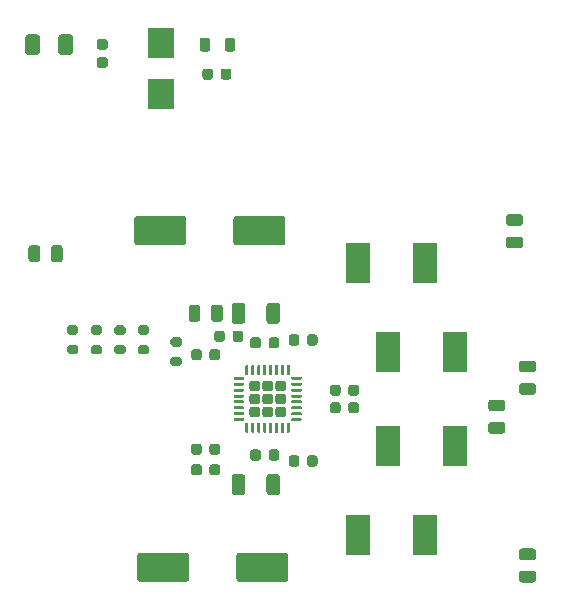
<source format=gbr>
%TF.GenerationSoftware,KiCad,Pcbnew,5.1.10*%
%TF.CreationDate,2021-07-04T17:51:47+02:00*%
%TF.ProjectId,DRV5825P,44525635-3832-4355-902e-6b696361645f,V0.1*%
%TF.SameCoordinates,Original*%
%TF.FileFunction,Paste,Top*%
%TF.FilePolarity,Positive*%
%FSLAX46Y46*%
G04 Gerber Fmt 4.6, Leading zero omitted, Abs format (unit mm)*
G04 Created by KiCad (PCBNEW 5.1.10) date 2021-07-04 17:51:47*
%MOMM*%
%LPD*%
G01*
G04 APERTURE LIST*
%ADD10R,2.000000X3.400000*%
%ADD11R,2.300000X2.500000*%
G04 APERTURE END LIST*
%TO.C,U1*%
G36*
G01*
X173177500Y-108655000D02*
X173622500Y-108655000D01*
G75*
G02*
X173845000Y-108877500I0J-222500D01*
G01*
X173845000Y-109322500D01*
G75*
G02*
X173622500Y-109545000I-222500J0D01*
G01*
X173177500Y-109545000D01*
G75*
G02*
X172955000Y-109322500I0J222500D01*
G01*
X172955000Y-108877500D01*
G75*
G02*
X173177500Y-108655000I222500J0D01*
G01*
G37*
G36*
G01*
X174277500Y-108655000D02*
X174722500Y-108655000D01*
G75*
G02*
X174945000Y-108877500I0J-222500D01*
G01*
X174945000Y-109322500D01*
G75*
G02*
X174722500Y-109545000I-222500J0D01*
G01*
X174277500Y-109545000D01*
G75*
G02*
X174055000Y-109322500I0J222500D01*
G01*
X174055000Y-108877500D01*
G75*
G02*
X174277500Y-108655000I222500J0D01*
G01*
G37*
G36*
G01*
X175377500Y-108655000D02*
X175822500Y-108655000D01*
G75*
G02*
X176045000Y-108877500I0J-222500D01*
G01*
X176045000Y-109322500D01*
G75*
G02*
X175822500Y-109545000I-222500J0D01*
G01*
X175377500Y-109545000D01*
G75*
G02*
X175155000Y-109322500I0J222500D01*
G01*
X175155000Y-108877500D01*
G75*
G02*
X175377500Y-108655000I222500J0D01*
G01*
G37*
G36*
G01*
X173177500Y-107555000D02*
X173622500Y-107555000D01*
G75*
G02*
X173845000Y-107777500I0J-222500D01*
G01*
X173845000Y-108222500D01*
G75*
G02*
X173622500Y-108445000I-222500J0D01*
G01*
X173177500Y-108445000D01*
G75*
G02*
X172955000Y-108222500I0J222500D01*
G01*
X172955000Y-107777500D01*
G75*
G02*
X173177500Y-107555000I222500J0D01*
G01*
G37*
G36*
G01*
X174277500Y-107555000D02*
X174722500Y-107555000D01*
G75*
G02*
X174945000Y-107777500I0J-222500D01*
G01*
X174945000Y-108222500D01*
G75*
G02*
X174722500Y-108445000I-222500J0D01*
G01*
X174277500Y-108445000D01*
G75*
G02*
X174055000Y-108222500I0J222500D01*
G01*
X174055000Y-107777500D01*
G75*
G02*
X174277500Y-107555000I222500J0D01*
G01*
G37*
G36*
G01*
X175377500Y-107555000D02*
X175822500Y-107555000D01*
G75*
G02*
X176045000Y-107777500I0J-222500D01*
G01*
X176045000Y-108222500D01*
G75*
G02*
X175822500Y-108445000I-222500J0D01*
G01*
X175377500Y-108445000D01*
G75*
G02*
X175155000Y-108222500I0J222500D01*
G01*
X175155000Y-107777500D01*
G75*
G02*
X175377500Y-107555000I222500J0D01*
G01*
G37*
G36*
G01*
X173177500Y-106455000D02*
X173622500Y-106455000D01*
G75*
G02*
X173845000Y-106677500I0J-222500D01*
G01*
X173845000Y-107122500D01*
G75*
G02*
X173622500Y-107345000I-222500J0D01*
G01*
X173177500Y-107345000D01*
G75*
G02*
X172955000Y-107122500I0J222500D01*
G01*
X172955000Y-106677500D01*
G75*
G02*
X173177500Y-106455000I222500J0D01*
G01*
G37*
G36*
G01*
X174277500Y-106455000D02*
X174722500Y-106455000D01*
G75*
G02*
X174945000Y-106677500I0J-222500D01*
G01*
X174945000Y-107122500D01*
G75*
G02*
X174722500Y-107345000I-222500J0D01*
G01*
X174277500Y-107345000D01*
G75*
G02*
X174055000Y-107122500I0J222500D01*
G01*
X174055000Y-106677500D01*
G75*
G02*
X174277500Y-106455000I222500J0D01*
G01*
G37*
G36*
G01*
X175377500Y-106455000D02*
X175822500Y-106455000D01*
G75*
G02*
X176045000Y-106677500I0J-222500D01*
G01*
X176045000Y-107122500D01*
G75*
G02*
X175822500Y-107345000I-222500J0D01*
G01*
X175377500Y-107345000D01*
G75*
G02*
X175155000Y-107122500I0J222500D01*
G01*
X175155000Y-106677500D01*
G75*
G02*
X175377500Y-106455000I222500J0D01*
G01*
G37*
G36*
G01*
X176562500Y-106125000D02*
X177312500Y-106125000D01*
G75*
G02*
X177375000Y-106187500I0J-62500D01*
G01*
X177375000Y-106312500D01*
G75*
G02*
X177312500Y-106375000I-62500J0D01*
G01*
X176562500Y-106375000D01*
G75*
G02*
X176500000Y-106312500I0J62500D01*
G01*
X176500000Y-106187500D01*
G75*
G02*
X176562500Y-106125000I62500J0D01*
G01*
G37*
G36*
G01*
X176562500Y-106625000D02*
X177312500Y-106625000D01*
G75*
G02*
X177375000Y-106687500I0J-62500D01*
G01*
X177375000Y-106812500D01*
G75*
G02*
X177312500Y-106875000I-62500J0D01*
G01*
X176562500Y-106875000D01*
G75*
G02*
X176500000Y-106812500I0J62500D01*
G01*
X176500000Y-106687500D01*
G75*
G02*
X176562500Y-106625000I62500J0D01*
G01*
G37*
G36*
G01*
X176562500Y-107125000D02*
X177312500Y-107125000D01*
G75*
G02*
X177375000Y-107187500I0J-62500D01*
G01*
X177375000Y-107312500D01*
G75*
G02*
X177312500Y-107375000I-62500J0D01*
G01*
X176562500Y-107375000D01*
G75*
G02*
X176500000Y-107312500I0J62500D01*
G01*
X176500000Y-107187500D01*
G75*
G02*
X176562500Y-107125000I62500J0D01*
G01*
G37*
G36*
G01*
X176562500Y-107625000D02*
X177312500Y-107625000D01*
G75*
G02*
X177375000Y-107687500I0J-62500D01*
G01*
X177375000Y-107812500D01*
G75*
G02*
X177312500Y-107875000I-62500J0D01*
G01*
X176562500Y-107875000D01*
G75*
G02*
X176500000Y-107812500I0J62500D01*
G01*
X176500000Y-107687500D01*
G75*
G02*
X176562500Y-107625000I62500J0D01*
G01*
G37*
G36*
G01*
X176562500Y-108125000D02*
X177312500Y-108125000D01*
G75*
G02*
X177375000Y-108187500I0J-62500D01*
G01*
X177375000Y-108312500D01*
G75*
G02*
X177312500Y-108375000I-62500J0D01*
G01*
X176562500Y-108375000D01*
G75*
G02*
X176500000Y-108312500I0J62500D01*
G01*
X176500000Y-108187500D01*
G75*
G02*
X176562500Y-108125000I62500J0D01*
G01*
G37*
G36*
G01*
X176562500Y-108625000D02*
X177312500Y-108625000D01*
G75*
G02*
X177375000Y-108687500I0J-62500D01*
G01*
X177375000Y-108812500D01*
G75*
G02*
X177312500Y-108875000I-62500J0D01*
G01*
X176562500Y-108875000D01*
G75*
G02*
X176500000Y-108812500I0J62500D01*
G01*
X176500000Y-108687500D01*
G75*
G02*
X176562500Y-108625000I62500J0D01*
G01*
G37*
G36*
G01*
X176562500Y-109125000D02*
X177312500Y-109125000D01*
G75*
G02*
X177375000Y-109187500I0J-62500D01*
G01*
X177375000Y-109312500D01*
G75*
G02*
X177312500Y-109375000I-62500J0D01*
G01*
X176562500Y-109375000D01*
G75*
G02*
X176500000Y-109312500I0J62500D01*
G01*
X176500000Y-109187500D01*
G75*
G02*
X176562500Y-109125000I62500J0D01*
G01*
G37*
G36*
G01*
X176562500Y-109625000D02*
X177312500Y-109625000D01*
G75*
G02*
X177375000Y-109687500I0J-62500D01*
G01*
X177375000Y-109812500D01*
G75*
G02*
X177312500Y-109875000I-62500J0D01*
G01*
X176562500Y-109875000D01*
G75*
G02*
X176500000Y-109812500I0J62500D01*
G01*
X176500000Y-109687500D01*
G75*
G02*
X176562500Y-109625000I62500J0D01*
G01*
G37*
G36*
G01*
X176187500Y-110000000D02*
X176312500Y-110000000D01*
G75*
G02*
X176375000Y-110062500I0J-62500D01*
G01*
X176375000Y-110812500D01*
G75*
G02*
X176312500Y-110875000I-62500J0D01*
G01*
X176187500Y-110875000D01*
G75*
G02*
X176125000Y-110812500I0J62500D01*
G01*
X176125000Y-110062500D01*
G75*
G02*
X176187500Y-110000000I62500J0D01*
G01*
G37*
G36*
G01*
X175687500Y-110000000D02*
X175812500Y-110000000D01*
G75*
G02*
X175875000Y-110062500I0J-62500D01*
G01*
X175875000Y-110812500D01*
G75*
G02*
X175812500Y-110875000I-62500J0D01*
G01*
X175687500Y-110875000D01*
G75*
G02*
X175625000Y-110812500I0J62500D01*
G01*
X175625000Y-110062500D01*
G75*
G02*
X175687500Y-110000000I62500J0D01*
G01*
G37*
G36*
G01*
X175187500Y-110000000D02*
X175312500Y-110000000D01*
G75*
G02*
X175375000Y-110062500I0J-62500D01*
G01*
X175375000Y-110812500D01*
G75*
G02*
X175312500Y-110875000I-62500J0D01*
G01*
X175187500Y-110875000D01*
G75*
G02*
X175125000Y-110812500I0J62500D01*
G01*
X175125000Y-110062500D01*
G75*
G02*
X175187500Y-110000000I62500J0D01*
G01*
G37*
G36*
G01*
X174687500Y-110000000D02*
X174812500Y-110000000D01*
G75*
G02*
X174875000Y-110062500I0J-62500D01*
G01*
X174875000Y-110812500D01*
G75*
G02*
X174812500Y-110875000I-62500J0D01*
G01*
X174687500Y-110875000D01*
G75*
G02*
X174625000Y-110812500I0J62500D01*
G01*
X174625000Y-110062500D01*
G75*
G02*
X174687500Y-110000000I62500J0D01*
G01*
G37*
G36*
G01*
X174187500Y-110000000D02*
X174312500Y-110000000D01*
G75*
G02*
X174375000Y-110062500I0J-62500D01*
G01*
X174375000Y-110812500D01*
G75*
G02*
X174312500Y-110875000I-62500J0D01*
G01*
X174187500Y-110875000D01*
G75*
G02*
X174125000Y-110812500I0J62500D01*
G01*
X174125000Y-110062500D01*
G75*
G02*
X174187500Y-110000000I62500J0D01*
G01*
G37*
G36*
G01*
X173687500Y-110000000D02*
X173812500Y-110000000D01*
G75*
G02*
X173875000Y-110062500I0J-62500D01*
G01*
X173875000Y-110812500D01*
G75*
G02*
X173812500Y-110875000I-62500J0D01*
G01*
X173687500Y-110875000D01*
G75*
G02*
X173625000Y-110812500I0J62500D01*
G01*
X173625000Y-110062500D01*
G75*
G02*
X173687500Y-110000000I62500J0D01*
G01*
G37*
G36*
G01*
X173187500Y-110000000D02*
X173312500Y-110000000D01*
G75*
G02*
X173375000Y-110062500I0J-62500D01*
G01*
X173375000Y-110812500D01*
G75*
G02*
X173312500Y-110875000I-62500J0D01*
G01*
X173187500Y-110875000D01*
G75*
G02*
X173125000Y-110812500I0J62500D01*
G01*
X173125000Y-110062500D01*
G75*
G02*
X173187500Y-110000000I62500J0D01*
G01*
G37*
G36*
G01*
X172687500Y-110000000D02*
X172812500Y-110000000D01*
G75*
G02*
X172875000Y-110062500I0J-62500D01*
G01*
X172875000Y-110812500D01*
G75*
G02*
X172812500Y-110875000I-62500J0D01*
G01*
X172687500Y-110875000D01*
G75*
G02*
X172625000Y-110812500I0J62500D01*
G01*
X172625000Y-110062500D01*
G75*
G02*
X172687500Y-110000000I62500J0D01*
G01*
G37*
G36*
G01*
X171687500Y-109625000D02*
X172437500Y-109625000D01*
G75*
G02*
X172500000Y-109687500I0J-62500D01*
G01*
X172500000Y-109812500D01*
G75*
G02*
X172437500Y-109875000I-62500J0D01*
G01*
X171687500Y-109875000D01*
G75*
G02*
X171625000Y-109812500I0J62500D01*
G01*
X171625000Y-109687500D01*
G75*
G02*
X171687500Y-109625000I62500J0D01*
G01*
G37*
G36*
G01*
X171687500Y-109125000D02*
X172437500Y-109125000D01*
G75*
G02*
X172500000Y-109187500I0J-62500D01*
G01*
X172500000Y-109312500D01*
G75*
G02*
X172437500Y-109375000I-62500J0D01*
G01*
X171687500Y-109375000D01*
G75*
G02*
X171625000Y-109312500I0J62500D01*
G01*
X171625000Y-109187500D01*
G75*
G02*
X171687500Y-109125000I62500J0D01*
G01*
G37*
G36*
G01*
X171687500Y-108625000D02*
X172437500Y-108625000D01*
G75*
G02*
X172500000Y-108687500I0J-62500D01*
G01*
X172500000Y-108812500D01*
G75*
G02*
X172437500Y-108875000I-62500J0D01*
G01*
X171687500Y-108875000D01*
G75*
G02*
X171625000Y-108812500I0J62500D01*
G01*
X171625000Y-108687500D01*
G75*
G02*
X171687500Y-108625000I62500J0D01*
G01*
G37*
G36*
G01*
X171687500Y-108125000D02*
X172437500Y-108125000D01*
G75*
G02*
X172500000Y-108187500I0J-62500D01*
G01*
X172500000Y-108312500D01*
G75*
G02*
X172437500Y-108375000I-62500J0D01*
G01*
X171687500Y-108375000D01*
G75*
G02*
X171625000Y-108312500I0J62500D01*
G01*
X171625000Y-108187500D01*
G75*
G02*
X171687500Y-108125000I62500J0D01*
G01*
G37*
G36*
G01*
X171687500Y-107625000D02*
X172437500Y-107625000D01*
G75*
G02*
X172500000Y-107687500I0J-62500D01*
G01*
X172500000Y-107812500D01*
G75*
G02*
X172437500Y-107875000I-62500J0D01*
G01*
X171687500Y-107875000D01*
G75*
G02*
X171625000Y-107812500I0J62500D01*
G01*
X171625000Y-107687500D01*
G75*
G02*
X171687500Y-107625000I62500J0D01*
G01*
G37*
G36*
G01*
X171687500Y-107125000D02*
X172437500Y-107125000D01*
G75*
G02*
X172500000Y-107187500I0J-62500D01*
G01*
X172500000Y-107312500D01*
G75*
G02*
X172437500Y-107375000I-62500J0D01*
G01*
X171687500Y-107375000D01*
G75*
G02*
X171625000Y-107312500I0J62500D01*
G01*
X171625000Y-107187500D01*
G75*
G02*
X171687500Y-107125000I62500J0D01*
G01*
G37*
G36*
G01*
X171687500Y-106625000D02*
X172437500Y-106625000D01*
G75*
G02*
X172500000Y-106687500I0J-62500D01*
G01*
X172500000Y-106812500D01*
G75*
G02*
X172437500Y-106875000I-62500J0D01*
G01*
X171687500Y-106875000D01*
G75*
G02*
X171625000Y-106812500I0J62500D01*
G01*
X171625000Y-106687500D01*
G75*
G02*
X171687500Y-106625000I62500J0D01*
G01*
G37*
G36*
G01*
X171687500Y-106125000D02*
X172437500Y-106125000D01*
G75*
G02*
X172500000Y-106187500I0J-62500D01*
G01*
X172500000Y-106312500D01*
G75*
G02*
X172437500Y-106375000I-62500J0D01*
G01*
X171687500Y-106375000D01*
G75*
G02*
X171625000Y-106312500I0J62500D01*
G01*
X171625000Y-106187500D01*
G75*
G02*
X171687500Y-106125000I62500J0D01*
G01*
G37*
G36*
G01*
X172687500Y-105125000D02*
X172812500Y-105125000D01*
G75*
G02*
X172875000Y-105187500I0J-62500D01*
G01*
X172875000Y-105937500D01*
G75*
G02*
X172812500Y-106000000I-62500J0D01*
G01*
X172687500Y-106000000D01*
G75*
G02*
X172625000Y-105937500I0J62500D01*
G01*
X172625000Y-105187500D01*
G75*
G02*
X172687500Y-105125000I62500J0D01*
G01*
G37*
G36*
G01*
X173187500Y-105125000D02*
X173312500Y-105125000D01*
G75*
G02*
X173375000Y-105187500I0J-62500D01*
G01*
X173375000Y-105937500D01*
G75*
G02*
X173312500Y-106000000I-62500J0D01*
G01*
X173187500Y-106000000D01*
G75*
G02*
X173125000Y-105937500I0J62500D01*
G01*
X173125000Y-105187500D01*
G75*
G02*
X173187500Y-105125000I62500J0D01*
G01*
G37*
G36*
G01*
X173687500Y-105125000D02*
X173812500Y-105125000D01*
G75*
G02*
X173875000Y-105187500I0J-62500D01*
G01*
X173875000Y-105937500D01*
G75*
G02*
X173812500Y-106000000I-62500J0D01*
G01*
X173687500Y-106000000D01*
G75*
G02*
X173625000Y-105937500I0J62500D01*
G01*
X173625000Y-105187500D01*
G75*
G02*
X173687500Y-105125000I62500J0D01*
G01*
G37*
G36*
G01*
X174187500Y-105125000D02*
X174312500Y-105125000D01*
G75*
G02*
X174375000Y-105187500I0J-62500D01*
G01*
X174375000Y-105937500D01*
G75*
G02*
X174312500Y-106000000I-62500J0D01*
G01*
X174187500Y-106000000D01*
G75*
G02*
X174125000Y-105937500I0J62500D01*
G01*
X174125000Y-105187500D01*
G75*
G02*
X174187500Y-105125000I62500J0D01*
G01*
G37*
G36*
G01*
X174687500Y-105125000D02*
X174812500Y-105125000D01*
G75*
G02*
X174875000Y-105187500I0J-62500D01*
G01*
X174875000Y-105937500D01*
G75*
G02*
X174812500Y-106000000I-62500J0D01*
G01*
X174687500Y-106000000D01*
G75*
G02*
X174625000Y-105937500I0J62500D01*
G01*
X174625000Y-105187500D01*
G75*
G02*
X174687500Y-105125000I62500J0D01*
G01*
G37*
G36*
G01*
X175187500Y-105125000D02*
X175312500Y-105125000D01*
G75*
G02*
X175375000Y-105187500I0J-62500D01*
G01*
X175375000Y-105937500D01*
G75*
G02*
X175312500Y-106000000I-62500J0D01*
G01*
X175187500Y-106000000D01*
G75*
G02*
X175125000Y-105937500I0J62500D01*
G01*
X175125000Y-105187500D01*
G75*
G02*
X175187500Y-105125000I62500J0D01*
G01*
G37*
G36*
G01*
X175687500Y-105125000D02*
X175812500Y-105125000D01*
G75*
G02*
X175875000Y-105187500I0J-62500D01*
G01*
X175875000Y-105937500D01*
G75*
G02*
X175812500Y-106000000I-62500J0D01*
G01*
X175687500Y-106000000D01*
G75*
G02*
X175625000Y-105937500I0J62500D01*
G01*
X175625000Y-105187500D01*
G75*
G02*
X175687500Y-105125000I62500J0D01*
G01*
G37*
G36*
G01*
X176187500Y-105125000D02*
X176312500Y-105125000D01*
G75*
G02*
X176375000Y-105187500I0J-62500D01*
G01*
X176375000Y-105937500D01*
G75*
G02*
X176312500Y-106000000I-62500J0D01*
G01*
X176187500Y-106000000D01*
G75*
G02*
X176125000Y-105937500I0J62500D01*
G01*
X176125000Y-105187500D01*
G75*
G02*
X176187500Y-105125000I62500J0D01*
G01*
G37*
%TD*%
%TO.C,R5*%
G36*
G01*
X167025000Y-103575000D02*
X166475000Y-103575000D01*
G75*
G02*
X166275000Y-103375000I0J200000D01*
G01*
X166275000Y-102975000D01*
G75*
G02*
X166475000Y-102775000I200000J0D01*
G01*
X167025000Y-102775000D01*
G75*
G02*
X167225000Y-102975000I0J-200000D01*
G01*
X167225000Y-103375000D01*
G75*
G02*
X167025000Y-103575000I-200000J0D01*
G01*
G37*
G36*
G01*
X167025000Y-105225000D02*
X166475000Y-105225000D01*
G75*
G02*
X166275000Y-105025000I0J200000D01*
G01*
X166275000Y-104625000D01*
G75*
G02*
X166475000Y-104425000I200000J0D01*
G01*
X167025000Y-104425000D01*
G75*
G02*
X167225000Y-104625000I0J-200000D01*
G01*
X167225000Y-105025000D01*
G75*
G02*
X167025000Y-105225000I-200000J0D01*
G01*
G37*
%TD*%
%TO.C,R4*%
G36*
G01*
X163725000Y-103425000D02*
X164275000Y-103425000D01*
G75*
G02*
X164475000Y-103625000I0J-200000D01*
G01*
X164475000Y-104025000D01*
G75*
G02*
X164275000Y-104225000I-200000J0D01*
G01*
X163725000Y-104225000D01*
G75*
G02*
X163525000Y-104025000I0J200000D01*
G01*
X163525000Y-103625000D01*
G75*
G02*
X163725000Y-103425000I200000J0D01*
G01*
G37*
G36*
G01*
X163725000Y-101775000D02*
X164275000Y-101775000D01*
G75*
G02*
X164475000Y-101975000I0J-200000D01*
G01*
X164475000Y-102375000D01*
G75*
G02*
X164275000Y-102575000I-200000J0D01*
G01*
X163725000Y-102575000D01*
G75*
G02*
X163525000Y-102375000I0J200000D01*
G01*
X163525000Y-101975000D01*
G75*
G02*
X163725000Y-101775000I200000J0D01*
G01*
G37*
%TD*%
%TO.C,R3*%
G36*
G01*
X161725000Y-103425000D02*
X162275000Y-103425000D01*
G75*
G02*
X162475000Y-103625000I0J-200000D01*
G01*
X162475000Y-104025000D01*
G75*
G02*
X162275000Y-104225000I-200000J0D01*
G01*
X161725000Y-104225000D01*
G75*
G02*
X161525000Y-104025000I0J200000D01*
G01*
X161525000Y-103625000D01*
G75*
G02*
X161725000Y-103425000I200000J0D01*
G01*
G37*
G36*
G01*
X161725000Y-101775000D02*
X162275000Y-101775000D01*
G75*
G02*
X162475000Y-101975000I0J-200000D01*
G01*
X162475000Y-102375000D01*
G75*
G02*
X162275000Y-102575000I-200000J0D01*
G01*
X161725000Y-102575000D01*
G75*
G02*
X161525000Y-102375000I0J200000D01*
G01*
X161525000Y-101975000D01*
G75*
G02*
X161725000Y-101775000I200000J0D01*
G01*
G37*
%TD*%
%TO.C,R2*%
G36*
G01*
X159725000Y-103425000D02*
X160275000Y-103425000D01*
G75*
G02*
X160475000Y-103625000I0J-200000D01*
G01*
X160475000Y-104025000D01*
G75*
G02*
X160275000Y-104225000I-200000J0D01*
G01*
X159725000Y-104225000D01*
G75*
G02*
X159525000Y-104025000I0J200000D01*
G01*
X159525000Y-103625000D01*
G75*
G02*
X159725000Y-103425000I200000J0D01*
G01*
G37*
G36*
G01*
X159725000Y-101775000D02*
X160275000Y-101775000D01*
G75*
G02*
X160475000Y-101975000I0J-200000D01*
G01*
X160475000Y-102375000D01*
G75*
G02*
X160275000Y-102575000I-200000J0D01*
G01*
X159725000Y-102575000D01*
G75*
G02*
X159525000Y-102375000I0J200000D01*
G01*
X159525000Y-101975000D01*
G75*
G02*
X159725000Y-101775000I200000J0D01*
G01*
G37*
%TD*%
%TO.C,R1*%
G36*
G01*
X157725000Y-103425000D02*
X158275000Y-103425000D01*
G75*
G02*
X158475000Y-103625000I0J-200000D01*
G01*
X158475000Y-104025000D01*
G75*
G02*
X158275000Y-104225000I-200000J0D01*
G01*
X157725000Y-104225000D01*
G75*
G02*
X157525000Y-104025000I0J200000D01*
G01*
X157525000Y-103625000D01*
G75*
G02*
X157725000Y-103425000I200000J0D01*
G01*
G37*
G36*
G01*
X157725000Y-101775000D02*
X158275000Y-101775000D01*
G75*
G02*
X158475000Y-101975000I0J-200000D01*
G01*
X158475000Y-102375000D01*
G75*
G02*
X158275000Y-102575000I-200000J0D01*
G01*
X157725000Y-102575000D01*
G75*
G02*
X157525000Y-102375000I0J200000D01*
G01*
X157525000Y-101975000D01*
G75*
G02*
X157725000Y-101775000I200000J0D01*
G01*
G37*
%TD*%
D10*
%TO.C,L4*%
X187850000Y-119500000D03*
X182150000Y-119500000D03*
%TD*%
%TO.C,L3*%
X190350000Y-112000000D03*
X184650000Y-112000000D03*
%TD*%
%TO.C,L2*%
X190350000Y-104000000D03*
X184650000Y-104000000D03*
%TD*%
%TO.C,L1*%
X187850000Y-96500000D03*
X182150000Y-96500000D03*
%TD*%
%TO.C,FB1*%
G36*
G01*
X169625000Y-77618750D02*
X169625000Y-78381250D01*
G75*
G02*
X169406250Y-78600000I-218750J0D01*
G01*
X168968750Y-78600000D01*
G75*
G02*
X168750000Y-78381250I0J218750D01*
G01*
X168750000Y-77618750D01*
G75*
G02*
X168968750Y-77400000I218750J0D01*
G01*
X169406250Y-77400000D01*
G75*
G02*
X169625000Y-77618750I0J-218750D01*
G01*
G37*
G36*
G01*
X171750000Y-77618750D02*
X171750000Y-78381250D01*
G75*
G02*
X171531250Y-78600000I-218750J0D01*
G01*
X171093750Y-78600000D01*
G75*
G02*
X170875000Y-78381250I0J218750D01*
G01*
X170875000Y-77618750D01*
G75*
G02*
X171093750Y-77400000I218750J0D01*
G01*
X171531250Y-77400000D01*
G75*
G02*
X171750000Y-77618750I0J-218750D01*
G01*
G37*
%TD*%
%TO.C,F1*%
G36*
G01*
X155225000Y-77375000D02*
X155225000Y-78625000D01*
G75*
G02*
X154975000Y-78875000I-250000J0D01*
G01*
X154225000Y-78875000D01*
G75*
G02*
X153975000Y-78625000I0J250000D01*
G01*
X153975000Y-77375000D01*
G75*
G02*
X154225000Y-77125000I250000J0D01*
G01*
X154975000Y-77125000D01*
G75*
G02*
X155225000Y-77375000I0J-250000D01*
G01*
G37*
G36*
G01*
X158025000Y-77375000D02*
X158025000Y-78625000D01*
G75*
G02*
X157775000Y-78875000I-250000J0D01*
G01*
X157025000Y-78875000D01*
G75*
G02*
X156775000Y-78625000I0J250000D01*
G01*
X156775000Y-77375000D01*
G75*
G02*
X157025000Y-77125000I250000J0D01*
G01*
X157775000Y-77125000D01*
G75*
G02*
X158025000Y-77375000I0J-250000D01*
G01*
G37*
%TD*%
D11*
%TO.C,D1*%
X165500000Y-82150000D03*
X165500000Y-77850000D03*
%TD*%
%TO.C,C22*%
G36*
G01*
X196025000Y-122550000D02*
X196975000Y-122550000D01*
G75*
G02*
X197225000Y-122800000I0J-250000D01*
G01*
X197225000Y-123300000D01*
G75*
G02*
X196975000Y-123550000I-250000J0D01*
G01*
X196025000Y-123550000D01*
G75*
G02*
X195775000Y-123300000I0J250000D01*
G01*
X195775000Y-122800000D01*
G75*
G02*
X196025000Y-122550000I250000J0D01*
G01*
G37*
G36*
G01*
X196025000Y-120650000D02*
X196975000Y-120650000D01*
G75*
G02*
X197225000Y-120900000I0J-250000D01*
G01*
X197225000Y-121400000D01*
G75*
G02*
X196975000Y-121650000I-250000J0D01*
G01*
X196025000Y-121650000D01*
G75*
G02*
X195775000Y-121400000I0J250000D01*
G01*
X195775000Y-120900000D01*
G75*
G02*
X196025000Y-120650000I250000J0D01*
G01*
G37*
%TD*%
%TO.C,C21*%
G36*
G01*
X194375000Y-109050000D02*
X193425000Y-109050000D01*
G75*
G02*
X193175000Y-108800000I0J250000D01*
G01*
X193175000Y-108300000D01*
G75*
G02*
X193425000Y-108050000I250000J0D01*
G01*
X194375000Y-108050000D01*
G75*
G02*
X194625000Y-108300000I0J-250000D01*
G01*
X194625000Y-108800000D01*
G75*
G02*
X194375000Y-109050000I-250000J0D01*
G01*
G37*
G36*
G01*
X194375000Y-110950000D02*
X193425000Y-110950000D01*
G75*
G02*
X193175000Y-110700000I0J250000D01*
G01*
X193175000Y-110200000D01*
G75*
G02*
X193425000Y-109950000I250000J0D01*
G01*
X194375000Y-109950000D01*
G75*
G02*
X194625000Y-110200000I0J-250000D01*
G01*
X194625000Y-110700000D01*
G75*
G02*
X194375000Y-110950000I-250000J0D01*
G01*
G37*
%TD*%
%TO.C,C20*%
G36*
G01*
X196025000Y-106650000D02*
X196975000Y-106650000D01*
G75*
G02*
X197225000Y-106900000I0J-250000D01*
G01*
X197225000Y-107400000D01*
G75*
G02*
X196975000Y-107650000I-250000J0D01*
G01*
X196025000Y-107650000D01*
G75*
G02*
X195775000Y-107400000I0J250000D01*
G01*
X195775000Y-106900000D01*
G75*
G02*
X196025000Y-106650000I250000J0D01*
G01*
G37*
G36*
G01*
X196025000Y-104750000D02*
X196975000Y-104750000D01*
G75*
G02*
X197225000Y-105000000I0J-250000D01*
G01*
X197225000Y-105500000D01*
G75*
G02*
X196975000Y-105750000I-250000J0D01*
G01*
X196025000Y-105750000D01*
G75*
G02*
X195775000Y-105500000I0J250000D01*
G01*
X195775000Y-105000000D01*
G75*
G02*
X196025000Y-104750000I250000J0D01*
G01*
G37*
%TD*%
%TO.C,C19*%
G36*
G01*
X195875000Y-93350000D02*
X194925000Y-93350000D01*
G75*
G02*
X194675000Y-93100000I0J250000D01*
G01*
X194675000Y-92600000D01*
G75*
G02*
X194925000Y-92350000I250000J0D01*
G01*
X195875000Y-92350000D01*
G75*
G02*
X196125000Y-92600000I0J-250000D01*
G01*
X196125000Y-93100000D01*
G75*
G02*
X195875000Y-93350000I-250000J0D01*
G01*
G37*
G36*
G01*
X195875000Y-95250000D02*
X194925000Y-95250000D01*
G75*
G02*
X194675000Y-95000000I0J250000D01*
G01*
X194675000Y-94500000D01*
G75*
G02*
X194925000Y-94250000I250000J0D01*
G01*
X195875000Y-94250000D01*
G75*
G02*
X196125000Y-94500000I0J-250000D01*
G01*
X196125000Y-95000000D01*
G75*
G02*
X195875000Y-95250000I-250000J0D01*
G01*
G37*
%TD*%
%TO.C,C18*%
G36*
G01*
X177825000Y-113500000D02*
X177825000Y-113000000D01*
G75*
G02*
X178050000Y-112775000I225000J0D01*
G01*
X178500000Y-112775000D01*
G75*
G02*
X178725000Y-113000000I0J-225000D01*
G01*
X178725000Y-113500000D01*
G75*
G02*
X178500000Y-113725000I-225000J0D01*
G01*
X178050000Y-113725000D01*
G75*
G02*
X177825000Y-113500000I0J225000D01*
G01*
G37*
G36*
G01*
X176275000Y-113500000D02*
X176275000Y-113000000D01*
G75*
G02*
X176500000Y-112775000I225000J0D01*
G01*
X176950000Y-112775000D01*
G75*
G02*
X177175000Y-113000000I0J-225000D01*
G01*
X177175000Y-113500000D01*
G75*
G02*
X176950000Y-113725000I-225000J0D01*
G01*
X176500000Y-113725000D01*
G75*
G02*
X176275000Y-113500000I0J225000D01*
G01*
G37*
%TD*%
%TO.C,C17*%
G36*
G01*
X180675000Y-107000000D02*
X180675000Y-107500000D01*
G75*
G02*
X180450000Y-107725000I-225000J0D01*
G01*
X180000000Y-107725000D01*
G75*
G02*
X179775000Y-107500000I0J225000D01*
G01*
X179775000Y-107000000D01*
G75*
G02*
X180000000Y-106775000I225000J0D01*
G01*
X180450000Y-106775000D01*
G75*
G02*
X180675000Y-107000000I0J-225000D01*
G01*
G37*
G36*
G01*
X182225000Y-107000000D02*
X182225000Y-107500000D01*
G75*
G02*
X182000000Y-107725000I-225000J0D01*
G01*
X181550000Y-107725000D01*
G75*
G02*
X181325000Y-107500000I0J225000D01*
G01*
X181325000Y-107000000D01*
G75*
G02*
X181550000Y-106775000I225000J0D01*
G01*
X182000000Y-106775000D01*
G75*
G02*
X182225000Y-107000000I0J-225000D01*
G01*
G37*
%TD*%
%TO.C,C16*%
G36*
G01*
X180675000Y-108500000D02*
X180675000Y-109000000D01*
G75*
G02*
X180450000Y-109225000I-225000J0D01*
G01*
X180000000Y-109225000D01*
G75*
G02*
X179775000Y-109000000I0J225000D01*
G01*
X179775000Y-108500000D01*
G75*
G02*
X180000000Y-108275000I225000J0D01*
G01*
X180450000Y-108275000D01*
G75*
G02*
X180675000Y-108500000I0J-225000D01*
G01*
G37*
G36*
G01*
X182225000Y-108500000D02*
X182225000Y-109000000D01*
G75*
G02*
X182000000Y-109225000I-225000J0D01*
G01*
X181550000Y-109225000D01*
G75*
G02*
X181325000Y-109000000I0J225000D01*
G01*
X181325000Y-108500000D01*
G75*
G02*
X181550000Y-108275000I225000J0D01*
G01*
X182000000Y-108275000D01*
G75*
G02*
X182225000Y-108500000I0J-225000D01*
G01*
G37*
%TD*%
%TO.C,C15*%
G36*
G01*
X177825000Y-103250000D02*
X177825000Y-102750000D01*
G75*
G02*
X178050000Y-102525000I225000J0D01*
G01*
X178500000Y-102525000D01*
G75*
G02*
X178725000Y-102750000I0J-225000D01*
G01*
X178725000Y-103250000D01*
G75*
G02*
X178500000Y-103475000I-225000J0D01*
G01*
X178050000Y-103475000D01*
G75*
G02*
X177825000Y-103250000I0J225000D01*
G01*
G37*
G36*
G01*
X176275000Y-103250000D02*
X176275000Y-102750000D01*
G75*
G02*
X176500000Y-102525000I225000J0D01*
G01*
X176950000Y-102525000D01*
G75*
G02*
X177175000Y-102750000I0J-225000D01*
G01*
X177175000Y-103250000D01*
G75*
G02*
X176950000Y-103475000I-225000J0D01*
G01*
X176500000Y-103475000D01*
G75*
G02*
X176275000Y-103250000I0J225000D01*
G01*
G37*
%TD*%
%TO.C,C14*%
G36*
G01*
X167850000Y-121250000D02*
X167850000Y-123250000D01*
G75*
G02*
X167600000Y-123500000I-250000J0D01*
G01*
X163700000Y-123500000D01*
G75*
G02*
X163450000Y-123250000I0J250000D01*
G01*
X163450000Y-121250000D01*
G75*
G02*
X163700000Y-121000000I250000J0D01*
G01*
X167600000Y-121000000D01*
G75*
G02*
X167850000Y-121250000I0J-250000D01*
G01*
G37*
G36*
G01*
X176250000Y-121250000D02*
X176250000Y-123250000D01*
G75*
G02*
X176000000Y-123500000I-250000J0D01*
G01*
X172100000Y-123500000D01*
G75*
G02*
X171850000Y-123250000I0J250000D01*
G01*
X171850000Y-121250000D01*
G75*
G02*
X172100000Y-121000000I250000J0D01*
G01*
X176000000Y-121000000D01*
G75*
G02*
X176250000Y-121250000I0J-250000D01*
G01*
G37*
%TD*%
%TO.C,C13*%
G36*
G01*
X172600000Y-114599999D02*
X172600000Y-115900001D01*
G75*
G02*
X172350001Y-116150000I-249999J0D01*
G01*
X171699999Y-116150000D01*
G75*
G02*
X171450000Y-115900001I0J249999D01*
G01*
X171450000Y-114599999D01*
G75*
G02*
X171699999Y-114350000I249999J0D01*
G01*
X172350001Y-114350000D01*
G75*
G02*
X172600000Y-114599999I0J-249999D01*
G01*
G37*
G36*
G01*
X175550000Y-114599999D02*
X175550000Y-115900001D01*
G75*
G02*
X175300001Y-116150000I-249999J0D01*
G01*
X174649999Y-116150000D01*
G75*
G02*
X174400000Y-115900001I0J249999D01*
G01*
X174400000Y-114599999D01*
G75*
G02*
X174649999Y-114350000I249999J0D01*
G01*
X175300001Y-114350000D01*
G75*
G02*
X175550000Y-114599999I0J-249999D01*
G01*
G37*
%TD*%
%TO.C,C12*%
G36*
G01*
X173925000Y-112500000D02*
X173925000Y-113000000D01*
G75*
G02*
X173700000Y-113225000I-225000J0D01*
G01*
X173250000Y-113225000D01*
G75*
G02*
X173025000Y-113000000I0J225000D01*
G01*
X173025000Y-112500000D01*
G75*
G02*
X173250000Y-112275000I225000J0D01*
G01*
X173700000Y-112275000D01*
G75*
G02*
X173925000Y-112500000I0J-225000D01*
G01*
G37*
G36*
G01*
X175475000Y-112500000D02*
X175475000Y-113000000D01*
G75*
G02*
X175250000Y-113225000I-225000J0D01*
G01*
X174800000Y-113225000D01*
G75*
G02*
X174575000Y-113000000I0J225000D01*
G01*
X174575000Y-112500000D01*
G75*
G02*
X174800000Y-112275000I225000J0D01*
G01*
X175250000Y-112275000D01*
G75*
G02*
X175475000Y-112500000I0J-225000D01*
G01*
G37*
%TD*%
%TO.C,C11*%
G36*
G01*
X168925000Y-112000000D02*
X168925000Y-112500000D01*
G75*
G02*
X168700000Y-112725000I-225000J0D01*
G01*
X168250000Y-112725000D01*
G75*
G02*
X168025000Y-112500000I0J225000D01*
G01*
X168025000Y-112000000D01*
G75*
G02*
X168250000Y-111775000I225000J0D01*
G01*
X168700000Y-111775000D01*
G75*
G02*
X168925000Y-112000000I0J-225000D01*
G01*
G37*
G36*
G01*
X170475000Y-112000000D02*
X170475000Y-112500000D01*
G75*
G02*
X170250000Y-112725000I-225000J0D01*
G01*
X169800000Y-112725000D01*
G75*
G02*
X169575000Y-112500000I0J225000D01*
G01*
X169575000Y-112000000D01*
G75*
G02*
X169800000Y-111775000I225000J0D01*
G01*
X170250000Y-111775000D01*
G75*
G02*
X170475000Y-112000000I0J-225000D01*
G01*
G37*
%TD*%
%TO.C,C10*%
G36*
G01*
X168925000Y-113750000D02*
X168925000Y-114250000D01*
G75*
G02*
X168700000Y-114475000I-225000J0D01*
G01*
X168250000Y-114475000D01*
G75*
G02*
X168025000Y-114250000I0J225000D01*
G01*
X168025000Y-113750000D01*
G75*
G02*
X168250000Y-113525000I225000J0D01*
G01*
X168700000Y-113525000D01*
G75*
G02*
X168925000Y-113750000I0J-225000D01*
G01*
G37*
G36*
G01*
X170475000Y-113750000D02*
X170475000Y-114250000D01*
G75*
G02*
X170250000Y-114475000I-225000J0D01*
G01*
X169800000Y-114475000D01*
G75*
G02*
X169575000Y-114250000I0J225000D01*
G01*
X169575000Y-113750000D01*
G75*
G02*
X169800000Y-113525000I225000J0D01*
G01*
X170250000Y-113525000D01*
G75*
G02*
X170475000Y-113750000I0J-225000D01*
G01*
G37*
%TD*%
%TO.C,C9*%
G36*
G01*
X173925000Y-103000000D02*
X173925000Y-103500000D01*
G75*
G02*
X173700000Y-103725000I-225000J0D01*
G01*
X173250000Y-103725000D01*
G75*
G02*
X173025000Y-103500000I0J225000D01*
G01*
X173025000Y-103000000D01*
G75*
G02*
X173250000Y-102775000I225000J0D01*
G01*
X173700000Y-102775000D01*
G75*
G02*
X173925000Y-103000000I0J-225000D01*
G01*
G37*
G36*
G01*
X175475000Y-103000000D02*
X175475000Y-103500000D01*
G75*
G02*
X175250000Y-103725000I-225000J0D01*
G01*
X174800000Y-103725000D01*
G75*
G02*
X174575000Y-103500000I0J225000D01*
G01*
X174575000Y-103000000D01*
G75*
G02*
X174800000Y-102775000I225000J0D01*
G01*
X175250000Y-102775000D01*
G75*
G02*
X175475000Y-103000000I0J-225000D01*
G01*
G37*
%TD*%
%TO.C,C8*%
G36*
G01*
X170525000Y-80750000D02*
X170525000Y-80250000D01*
G75*
G02*
X170750000Y-80025000I225000J0D01*
G01*
X171200000Y-80025000D01*
G75*
G02*
X171425000Y-80250000I0J-225000D01*
G01*
X171425000Y-80750000D01*
G75*
G02*
X171200000Y-80975000I-225000J0D01*
G01*
X170750000Y-80975000D01*
G75*
G02*
X170525000Y-80750000I0J225000D01*
G01*
G37*
G36*
G01*
X168975000Y-80750000D02*
X168975000Y-80250000D01*
G75*
G02*
X169200000Y-80025000I225000J0D01*
G01*
X169650000Y-80025000D01*
G75*
G02*
X169875000Y-80250000I0J-225000D01*
G01*
X169875000Y-80750000D01*
G75*
G02*
X169650000Y-80975000I-225000J0D01*
G01*
X169200000Y-80975000D01*
G75*
G02*
X168975000Y-80750000I0J225000D01*
G01*
G37*
%TD*%
%TO.C,C7*%
G36*
G01*
X168925000Y-104000000D02*
X168925000Y-104500000D01*
G75*
G02*
X168700000Y-104725000I-225000J0D01*
G01*
X168250000Y-104725000D01*
G75*
G02*
X168025000Y-104500000I0J225000D01*
G01*
X168025000Y-104000000D01*
G75*
G02*
X168250000Y-103775000I225000J0D01*
G01*
X168700000Y-103775000D01*
G75*
G02*
X168925000Y-104000000I0J-225000D01*
G01*
G37*
G36*
G01*
X170475000Y-104000000D02*
X170475000Y-104500000D01*
G75*
G02*
X170250000Y-104725000I-225000J0D01*
G01*
X169800000Y-104725000D01*
G75*
G02*
X169575000Y-104500000I0J225000D01*
G01*
X169575000Y-104000000D01*
G75*
G02*
X169800000Y-103775000I225000J0D01*
G01*
X170250000Y-103775000D01*
G75*
G02*
X170475000Y-104000000I0J-225000D01*
G01*
G37*
%TD*%
%TO.C,C6*%
G36*
G01*
X172600000Y-100099999D02*
X172600000Y-101400001D01*
G75*
G02*
X172350001Y-101650000I-249999J0D01*
G01*
X171699999Y-101650000D01*
G75*
G02*
X171450000Y-101400001I0J249999D01*
G01*
X171450000Y-100099999D01*
G75*
G02*
X171699999Y-99850000I249999J0D01*
G01*
X172350001Y-99850000D01*
G75*
G02*
X172600000Y-100099999I0J-249999D01*
G01*
G37*
G36*
G01*
X175550000Y-100099999D02*
X175550000Y-101400001D01*
G75*
G02*
X175300001Y-101650000I-249999J0D01*
G01*
X174649999Y-101650000D01*
G75*
G02*
X174400000Y-101400001I0J249999D01*
G01*
X174400000Y-100099999D01*
G75*
G02*
X174649999Y-99850000I249999J0D01*
G01*
X175300001Y-99850000D01*
G75*
G02*
X175550000Y-100099999I0J-249999D01*
G01*
G37*
%TD*%
%TO.C,C5*%
G36*
G01*
X171525000Y-102950000D02*
X171525000Y-102450000D01*
G75*
G02*
X171750000Y-102225000I225000J0D01*
G01*
X172200000Y-102225000D01*
G75*
G02*
X172425000Y-102450000I0J-225000D01*
G01*
X172425000Y-102950000D01*
G75*
G02*
X172200000Y-103175000I-225000J0D01*
G01*
X171750000Y-103175000D01*
G75*
G02*
X171525000Y-102950000I0J225000D01*
G01*
G37*
G36*
G01*
X169975000Y-102950000D02*
X169975000Y-102450000D01*
G75*
G02*
X170200000Y-102225000I225000J0D01*
G01*
X170650000Y-102225000D01*
G75*
G02*
X170875000Y-102450000I0J-225000D01*
G01*
X170875000Y-102950000D01*
G75*
G02*
X170650000Y-103175000I-225000J0D01*
G01*
X170200000Y-103175000D01*
G75*
G02*
X169975000Y-102950000I0J225000D01*
G01*
G37*
%TD*%
%TO.C,C4*%
G36*
G01*
X167600000Y-92750000D02*
X167600000Y-94750000D01*
G75*
G02*
X167350000Y-95000000I-250000J0D01*
G01*
X163450000Y-95000000D01*
G75*
G02*
X163200000Y-94750000I0J250000D01*
G01*
X163200000Y-92750000D01*
G75*
G02*
X163450000Y-92500000I250000J0D01*
G01*
X167350000Y-92500000D01*
G75*
G02*
X167600000Y-92750000I0J-250000D01*
G01*
G37*
G36*
G01*
X176000000Y-92750000D02*
X176000000Y-94750000D01*
G75*
G02*
X175750000Y-95000000I-250000J0D01*
G01*
X171850000Y-95000000D01*
G75*
G02*
X171600000Y-94750000I0J250000D01*
G01*
X171600000Y-92750000D01*
G75*
G02*
X171850000Y-92500000I250000J0D01*
G01*
X175750000Y-92500000D01*
G75*
G02*
X176000000Y-92750000I0J-250000D01*
G01*
G37*
%TD*%
%TO.C,C3*%
G36*
G01*
X168800000Y-100275000D02*
X168800000Y-101225000D01*
G75*
G02*
X168550000Y-101475000I-250000J0D01*
G01*
X168050000Y-101475000D01*
G75*
G02*
X167800000Y-101225000I0J250000D01*
G01*
X167800000Y-100275000D01*
G75*
G02*
X168050000Y-100025000I250000J0D01*
G01*
X168550000Y-100025000D01*
G75*
G02*
X168800000Y-100275000I0J-250000D01*
G01*
G37*
G36*
G01*
X170700000Y-100275000D02*
X170700000Y-101225000D01*
G75*
G02*
X170450000Y-101475000I-250000J0D01*
G01*
X169950000Y-101475000D01*
G75*
G02*
X169700000Y-101225000I0J250000D01*
G01*
X169700000Y-100275000D01*
G75*
G02*
X169950000Y-100025000I250000J0D01*
G01*
X170450000Y-100025000D01*
G75*
G02*
X170700000Y-100275000I0J-250000D01*
G01*
G37*
%TD*%
%TO.C,C2*%
G36*
G01*
X160250000Y-79075000D02*
X160750000Y-79075000D01*
G75*
G02*
X160975000Y-79300000I0J-225000D01*
G01*
X160975000Y-79750000D01*
G75*
G02*
X160750000Y-79975000I-225000J0D01*
G01*
X160250000Y-79975000D01*
G75*
G02*
X160025000Y-79750000I0J225000D01*
G01*
X160025000Y-79300000D01*
G75*
G02*
X160250000Y-79075000I225000J0D01*
G01*
G37*
G36*
G01*
X160250000Y-77525000D02*
X160750000Y-77525000D01*
G75*
G02*
X160975000Y-77750000I0J-225000D01*
G01*
X160975000Y-78200000D01*
G75*
G02*
X160750000Y-78425000I-225000J0D01*
G01*
X160250000Y-78425000D01*
G75*
G02*
X160025000Y-78200000I0J225000D01*
G01*
X160025000Y-77750000D01*
G75*
G02*
X160250000Y-77525000I225000J0D01*
G01*
G37*
%TD*%
%TO.C,C1*%
G36*
G01*
X156150000Y-96175000D02*
X156150000Y-95225000D01*
G75*
G02*
X156400000Y-94975000I250000J0D01*
G01*
X156900000Y-94975000D01*
G75*
G02*
X157150000Y-95225000I0J-250000D01*
G01*
X157150000Y-96175000D01*
G75*
G02*
X156900000Y-96425000I-250000J0D01*
G01*
X156400000Y-96425000D01*
G75*
G02*
X156150000Y-96175000I0J250000D01*
G01*
G37*
G36*
G01*
X154250000Y-96175000D02*
X154250000Y-95225000D01*
G75*
G02*
X154500000Y-94975000I250000J0D01*
G01*
X155000000Y-94975000D01*
G75*
G02*
X155250000Y-95225000I0J-250000D01*
G01*
X155250000Y-96175000D01*
G75*
G02*
X155000000Y-96425000I-250000J0D01*
G01*
X154500000Y-96425000D01*
G75*
G02*
X154250000Y-96175000I0J250000D01*
G01*
G37*
%TD*%
M02*

</source>
